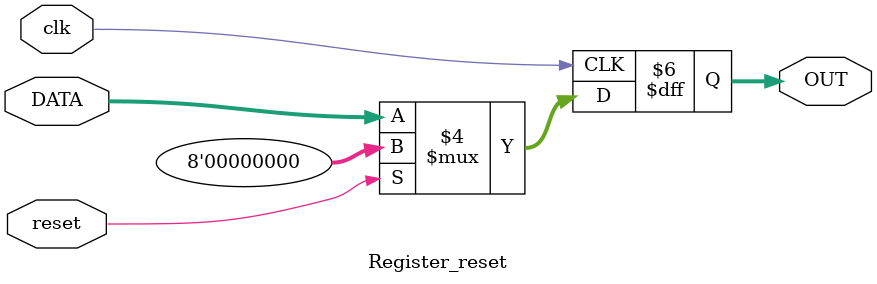
<source format=v>
module Register_reset#(
     parameter WIDTH=8)
    (
	  input  clk, reset,
	  input	[WIDTH-1:0] DATA,
	  output reg [WIDTH-1:0] OUT
    );
	 
always@(posedge clk) begin
	if (reset == 1'b1)
		OUT<={WIDTH{1'b0}};		
	else	
		OUT<=DATA;
end
	 
endmodule	 
</source>
